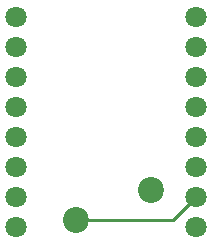
<source format=gbr>
%TF.GenerationSoftware,KiCad,Pcbnew,(6.0.5-0)*%
%TF.CreationDate,2022-06-18T00:50:55+09:00*%
%TF.ProjectId,tinypicokey,74696e79-7069-4636-9f6b-65792e6b6963,rev?*%
%TF.SameCoordinates,Original*%
%TF.FileFunction,Copper,L1,Top*%
%TF.FilePolarity,Positive*%
%FSLAX46Y46*%
G04 Gerber Fmt 4.6, Leading zero omitted, Abs format (unit mm)*
G04 Created by KiCad (PCBNEW (6.0.5-0)) date 2022-06-18 00:50:55*
%MOMM*%
%LPD*%
G01*
G04 APERTURE LIST*
%TA.AperFunction,ComponentPad*%
%ADD10C,2.200000*%
%TD*%
%TA.AperFunction,ComponentPad*%
%ADD11C,1.800000*%
%TD*%
%TA.AperFunction,Conductor*%
%ADD12C,0.250000*%
%TD*%
G04 APERTURE END LIST*
D10*
%TO.P,SW1,1,1*%
%TO.N,Net-(SW1-Pad1)*%
X99780000Y-96250000D03*
%TO.P,SW1,2,2*%
%TO.N,GND*%
X106130000Y-93710000D03*
%TD*%
D11*
%TO.P,U1,1,VBUS*%
%TO.N,N/C*%
X94680000Y-79060000D03*
%TO.P,U1,2,GND*%
X94680000Y-81600000D03*
%TO.P,U1,3,3V3*%
X94680000Y-84140000D03*
%TO.P,U1,4,GP29*%
X94680000Y-86680000D03*
%TO.P,U1,5,GP28*%
X94680000Y-89220000D03*
%TO.P,U1,6,GP27*%
X94680000Y-91760000D03*
%TO.P,U1,7,GP26*%
X94680000Y-94300000D03*
%TO.P,U1,8,GND*%
%TO.N,GND*%
X94680000Y-96840000D03*
%TO.P,U1,9,GP7*%
%TO.N,N/C*%
X109920000Y-96840000D03*
%TO.P,U1,10,GP6*%
%TO.N,Net-(SW1-Pad1)*%
X109920000Y-94300000D03*
%TO.P,U1,11,GP5*%
%TO.N,N/C*%
X109920000Y-91760000D03*
%TO.P,U1,12,GP4*%
X109920000Y-89220000D03*
%TO.P,U1,13,GP3*%
X109920000Y-86680000D03*
%TO.P,U1,14,GP2*%
X109920000Y-84140000D03*
%TO.P,U1,15,GP1*%
X109920000Y-81600000D03*
%TO.P,U1,16,GP0*%
X109920000Y-79060000D03*
%TD*%
D12*
%TO.N,Net-(SW1-Pad1)*%
X107970000Y-96250000D02*
X109920000Y-94300000D01*
X99780000Y-96250000D02*
X107970000Y-96250000D01*
%TD*%
M02*

</source>
